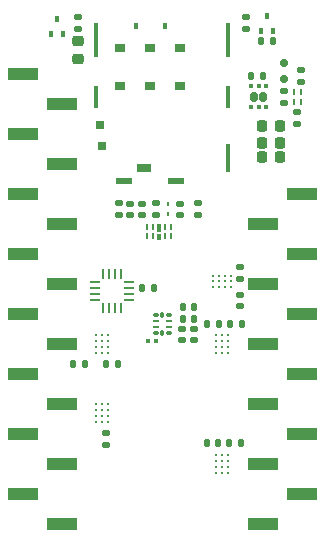
<source format=gbr>
%TF.GenerationSoftware,KiCad,Pcbnew,7.0.9*%
%TF.CreationDate,2024-08-31T07:55:38+08:00*%
%TF.ProjectId,IOT,494f542e-6b69-4636-9164-5f7063625858,rev?*%
%TF.SameCoordinates,Original*%
%TF.FileFunction,Paste,Bot*%
%TF.FilePolarity,Positive*%
%FSLAX46Y46*%
G04 Gerber Fmt 4.6, Leading zero omitted, Abs format (unit mm)*
G04 Created by KiCad (PCBNEW 7.0.9) date 2024-08-31 07:55:38*
%MOMM*%
%LPD*%
G01*
G04 APERTURE LIST*
G04 Aperture macros list*
%AMRoundRect*
0 Rectangle with rounded corners*
0 $1 Rounding radius*
0 $2 $3 $4 $5 $6 $7 $8 $9 X,Y pos of 4 corners*
0 Add a 4 corners polygon primitive as box body*
4,1,4,$2,$3,$4,$5,$6,$7,$8,$9,$2,$3,0*
0 Add four circle primitives for the rounded corners*
1,1,$1+$1,$2,$3*
1,1,$1+$1,$4,$5*
1,1,$1+$1,$6,$7*
1,1,$1+$1,$8,$9*
0 Add four rect primitives between the rounded corners*
20,1,$1+$1,$2,$3,$4,$5,0*
20,1,$1+$1,$4,$5,$6,$7,0*
20,1,$1+$1,$6,$7,$8,$9,0*
20,1,$1+$1,$8,$9,$2,$3,0*%
G04 Aperture macros list end*
%ADD10RoundRect,0.218750X0.256250X-0.218750X0.256250X0.218750X-0.256250X0.218750X-0.256250X-0.218750X0*%
%ADD11RoundRect,0.140000X-0.170000X0.140000X-0.170000X-0.140000X0.170000X-0.140000X0.170000X0.140000X0*%
%ADD12RoundRect,0.075000X-0.175000X0.075000X-0.175000X-0.075000X0.175000X-0.075000X0.175000X0.075000X0*%
%ADD13RoundRect,0.062500X-0.187500X0.062500X-0.187500X-0.062500X0.187500X-0.062500X0.187500X0.062500X0*%
%ADD14RoundRect,0.087500X-0.087500X0.162500X-0.087500X-0.162500X0.087500X-0.162500X0.087500X0.162500X0*%
%ADD15RoundRect,0.135000X0.185000X-0.135000X0.185000X0.135000X-0.185000X0.135000X-0.185000X-0.135000X0*%
%ADD16RoundRect,0.140000X0.170000X-0.140000X0.170000X0.140000X-0.170000X0.140000X-0.170000X-0.140000X0*%
%ADD17RoundRect,0.140000X-0.140000X-0.170000X0.140000X-0.170000X0.140000X0.170000X-0.140000X0.170000X0*%
%ADD18RoundRect,0.225000X0.225000X0.250000X-0.225000X0.250000X-0.225000X-0.250000X0.225000X-0.250000X0*%
%ADD19RoundRect,0.147500X-0.147500X-0.172500X0.147500X-0.172500X0.147500X0.172500X-0.147500X0.172500X0*%
%ADD20RoundRect,0.079500X0.079500X0.100500X-0.079500X0.100500X-0.079500X-0.100500X0.079500X-0.100500X0*%
%ADD21RoundRect,0.150000X-0.200000X0.150000X-0.200000X-0.150000X0.200000X-0.150000X0.200000X0.150000X0*%
%ADD22R,0.260000X0.600000*%
%ADD23C,0.270000*%
%ADD24RoundRect,0.135000X0.135000X0.185000X-0.135000X0.185000X-0.135000X-0.185000X0.135000X-0.185000X0*%
%ADD25RoundRect,0.160000X0.160000X-0.245000X0.160000X0.245000X-0.160000X0.245000X-0.160000X-0.245000X0*%
%ADD26RoundRect,0.093750X0.106250X-0.093750X0.106250X0.093750X-0.106250X0.093750X-0.106250X-0.093750X0*%
%ADD27RoundRect,0.135000X-0.185000X0.135000X-0.185000X-0.135000X0.185000X-0.135000X0.185000X0.135000X0*%
%ADD28RoundRect,0.140000X0.140000X0.170000X-0.140000X0.170000X-0.140000X-0.170000X0.140000X-0.170000X0*%
%ADD29R,2.510000X1.000000*%
%ADD30RoundRect,0.062500X0.062500X-0.325000X0.062500X0.325000X-0.062500X0.325000X-0.062500X-0.325000X0*%
%ADD31RoundRect,0.062500X0.325000X-0.062500X0.325000X0.062500X-0.325000X0.062500X-0.325000X-0.062500X0*%
%ADD32R,0.250000X0.625000*%
%ADD33R,0.450000X0.700000*%
%ADD34R,0.450000X0.575000*%
%ADD35R,0.900000X0.700000*%
%ADD36R,0.700000X0.700000*%
%ADD37R,1.200000X0.650000*%
%ADD38R,0.450000X2.400000*%
%ADD39R,0.450000X1.900000*%
%ADD40R,0.450000X2.900000*%
%ADD41R,1.400000X0.500000*%
%ADD42R,0.300000X0.600000*%
%ADD43R,0.750000X0.700000*%
%ADD44RoundRect,0.062500X-0.062500X0.117500X-0.062500X-0.117500X0.062500X-0.117500X0.062500X0.117500X0*%
%ADD45RoundRect,0.135000X-0.135000X-0.185000X0.135000X-0.185000X0.135000X0.185000X-0.135000X0.185000X0*%
%ADD46R,0.400000X0.510000*%
G04 APERTURE END LIST*
D10*
%TO.C,F3*%
X156718000Y-55905500D03*
X156718000Y-54330500D03*
%TD*%
D11*
%TO.C,C38*%
X170400000Y-73520000D03*
X170400000Y-74480000D03*
%TD*%
D12*
%TO.C,U15*%
X163275000Y-79050000D03*
D13*
X163275000Y-78550000D03*
X163275000Y-78050000D03*
D12*
X163275000Y-77550000D03*
D14*
X163850000Y-77538000D03*
D12*
X164425000Y-77550000D03*
D13*
X164425000Y-78050000D03*
X164425000Y-78550000D03*
D12*
X164425000Y-79050000D03*
D14*
X163850000Y-79062000D03*
%TD*%
D15*
%TO.C,R11*%
X174150000Y-59610000D03*
X174150000Y-58590000D03*
%TD*%
D11*
%TO.C,C1*%
X161100000Y-68120000D03*
X161100000Y-69080000D03*
%TD*%
D16*
%TO.C,C4*%
X166900000Y-69060000D03*
X166900000Y-68100000D03*
%TD*%
D17*
%TO.C,C37*%
X167620000Y-88400000D03*
X168580000Y-88400000D03*
%TD*%
D18*
%TO.C,C19*%
X173825200Y-62941200D03*
X172275200Y-62941200D03*
%TD*%
D16*
%TO.C,C3*%
X165350000Y-69080000D03*
X165350000Y-68120000D03*
%TD*%
D11*
%TO.C,C32*%
X175260000Y-60370000D03*
X175260000Y-61330000D03*
%TD*%
D19*
%TO.C,FB3*%
X165565000Y-77850000D03*
X166535000Y-77850000D03*
%TD*%
D20*
%TO.C,R10*%
X163295000Y-79750000D03*
X162605000Y-79750000D03*
%TD*%
D18*
%TO.C,C20*%
X173825200Y-64185800D03*
X172275200Y-64185800D03*
%TD*%
D16*
%TO.C,C29*%
X170400000Y-76780000D03*
X170400000Y-75820000D03*
%TD*%
D21*
%TO.C,D7*%
X174150000Y-57596000D03*
X174150000Y-56196000D03*
%TD*%
D22*
%TO.C,U8*%
X175025000Y-58675000D03*
X175575000Y-58675000D03*
X175575000Y-59525000D03*
X175025000Y-59525000D03*
%TD*%
D23*
%TO.C,U3*%
X169410000Y-89420000D03*
X168910000Y-89420000D03*
X168410000Y-89420000D03*
X169410000Y-89920000D03*
X168910000Y-89920000D03*
X168410000Y-89920000D03*
X169410000Y-90420000D03*
X168910000Y-90420000D03*
X168410000Y-90420000D03*
X169410000Y-90920000D03*
X168910000Y-90920000D03*
X168410000Y-90920000D03*
%TD*%
D16*
%TO.C,C34*%
X159100000Y-88530000D03*
X159100000Y-87570000D03*
%TD*%
D18*
%TO.C,C21*%
X173825200Y-61569600D03*
X172275200Y-61569600D03*
%TD*%
D24*
%TO.C,R15*%
X173230000Y-54356000D03*
X172210000Y-54356000D03*
%TD*%
D25*
%TO.C,U13*%
X171596000Y-59078000D03*
X172396000Y-59078000D03*
D26*
X172646000Y-59965500D03*
X171996000Y-59965500D03*
X171346000Y-59965500D03*
X171346000Y-58190500D03*
X171996000Y-58190500D03*
X172646000Y-58190500D03*
%TD*%
D27*
%TO.C,R8*%
X160150000Y-68090000D03*
X160150000Y-69110000D03*
%TD*%
D15*
%TO.C,R7*%
X163322000Y-69110000D03*
X163322000Y-68090000D03*
%TD*%
D28*
%TO.C,C30*%
X170580000Y-78300000D03*
X169620000Y-78300000D03*
%TD*%
D15*
%TO.C,R19*%
X170942000Y-53344000D03*
X170942000Y-52324000D03*
%TD*%
D29*
%TO.C,J3*%
X152015000Y-57150000D03*
X155325000Y-59690000D03*
X152015000Y-62230000D03*
X155325000Y-64770000D03*
X152015000Y-67310000D03*
X155325000Y-69850000D03*
X152015000Y-72390000D03*
X155325000Y-74930000D03*
X152015000Y-77470000D03*
X155325000Y-80010000D03*
X152015000Y-82550000D03*
X155325000Y-85090000D03*
X152015000Y-87630000D03*
X155325000Y-90170000D03*
X152015000Y-92710000D03*
X155325000Y-95250000D03*
%TD*%
D11*
%TO.C,C25*%
X166550000Y-78720000D03*
X166550000Y-79680000D03*
%TD*%
D30*
%TO.C,U7*%
X160350000Y-76962500D03*
X159850000Y-76962500D03*
X159350000Y-76962500D03*
X158850000Y-76962500D03*
D31*
X158137500Y-76250000D03*
X158137500Y-75750000D03*
X158137500Y-75250000D03*
X158137500Y-74750000D03*
D30*
X158850000Y-74037500D03*
X159350000Y-74037500D03*
X159850000Y-74037500D03*
X160350000Y-74037500D03*
D31*
X161062500Y-74750000D03*
X161062500Y-75250000D03*
X161062500Y-75750000D03*
X161062500Y-76250000D03*
%TD*%
D17*
%TO.C,C33*%
X167670000Y-78300000D03*
X168630000Y-78300000D03*
%TD*%
D28*
%TO.C,C26*%
X166530000Y-76900000D03*
X165570000Y-76900000D03*
%TD*%
D23*
%TO.C,U6*%
X158250000Y-80760000D03*
X158750000Y-80760000D03*
X159250000Y-80760000D03*
X158250000Y-80260000D03*
X158750000Y-80260000D03*
X159250000Y-80260000D03*
X158250000Y-79760000D03*
X158750000Y-79760000D03*
X159250000Y-79760000D03*
X158250000Y-79260000D03*
X158750000Y-79260000D03*
X159250000Y-79260000D03*
%TD*%
D32*
%TO.C,U12*%
X162576000Y-70112500D03*
X163076000Y-70112500D03*
D33*
X163576000Y-70150000D03*
D32*
X164076000Y-70112500D03*
X164576000Y-70112500D03*
X164576000Y-70887500D03*
X164076000Y-70887500D03*
D34*
X163576000Y-70912500D03*
D32*
X163076000Y-70887500D03*
X162576000Y-70887500D03*
%TD*%
D29*
%TO.C,J2*%
X175645000Y-67310000D03*
X172335000Y-69850000D03*
X175645000Y-72390000D03*
X172335000Y-74930000D03*
X175645000Y-77470000D03*
X172335000Y-80010000D03*
X175645000Y-82550000D03*
X172335000Y-85090000D03*
X175645000Y-87630000D03*
X172335000Y-90170000D03*
X175645000Y-92710000D03*
X172335000Y-95250000D03*
%TD*%
D35*
%TO.C,J4*%
X165354000Y-54944000D03*
X162814000Y-54944000D03*
X160274000Y-54944000D03*
X165354000Y-58114000D03*
X162814000Y-58114000D03*
X160274000Y-58114000D03*
D36*
X158544000Y-61444000D03*
D37*
X162264000Y-65119000D03*
D38*
X169369000Y-64244000D03*
D39*
X169369000Y-59094000D03*
D40*
X169369000Y-54244000D03*
D41*
X165014000Y-66194000D03*
D42*
X164034000Y-53094000D03*
X161594000Y-53094000D03*
D41*
X160594000Y-66194000D03*
D43*
X158719000Y-63244000D03*
D39*
X158219000Y-59094000D03*
D40*
X158219000Y-54244000D03*
%TD*%
D23*
%TO.C,U4*%
X169410000Y-79256000D03*
X168910000Y-79256000D03*
X168410000Y-79256000D03*
X169410000Y-79756000D03*
X168910000Y-79756000D03*
X168410000Y-79756000D03*
X169410000Y-80256000D03*
X168910000Y-80256000D03*
X168410000Y-80256000D03*
X169410000Y-80756000D03*
X168910000Y-80756000D03*
X168410000Y-80756000D03*
%TD*%
D16*
%TO.C,C28*%
X175600000Y-57780000D03*
X175600000Y-56820000D03*
%TD*%
D44*
%TO.C,D2*%
X164338000Y-69020000D03*
X164338000Y-68180000D03*
%TD*%
D45*
%TO.C,R9*%
X171340000Y-57300000D03*
X172360000Y-57300000D03*
%TD*%
D23*
%TO.C,U5*%
X158250000Y-86600000D03*
X158750000Y-86600000D03*
X159250000Y-86600000D03*
X158250000Y-86100000D03*
X158750000Y-86100000D03*
X159250000Y-86100000D03*
X158250000Y-85600000D03*
X158750000Y-85600000D03*
X159250000Y-85600000D03*
X158250000Y-85100000D03*
X158750000Y-85100000D03*
X159250000Y-85100000D03*
%TD*%
D11*
%TO.C,C2*%
X162150000Y-68120000D03*
X162150000Y-69080000D03*
%TD*%
D46*
%TO.C,Q3*%
X173220000Y-53477000D03*
X172220000Y-53477000D03*
X172720000Y-52187000D03*
%TD*%
D28*
%TO.C,C27*%
X160080000Y-81700000D03*
X159120000Y-81700000D03*
%TD*%
%TO.C,C31*%
X170480000Y-88400000D03*
X169520000Y-88400000D03*
%TD*%
D23*
%TO.C,U10*%
X169668000Y-75200000D03*
X169668000Y-74700000D03*
X169668000Y-74200000D03*
X169168000Y-75200000D03*
X169168000Y-74700000D03*
X169168000Y-74200000D03*
X168668000Y-75200000D03*
X168668000Y-74700000D03*
X168668000Y-74200000D03*
X168168000Y-75200000D03*
X168168000Y-74700000D03*
X168168000Y-74200000D03*
%TD*%
D46*
%TO.C,Q2*%
X155440000Y-53731000D03*
X154440000Y-53731000D03*
X154940000Y-52441000D03*
%TD*%
D15*
%TO.C,R20*%
X156718000Y-53342000D03*
X156718000Y-52322000D03*
%TD*%
D28*
%TO.C,C35*%
X163130000Y-75250000D03*
X162170000Y-75250000D03*
%TD*%
D11*
%TO.C,C24*%
X165550000Y-78720000D03*
X165550000Y-79680000D03*
%TD*%
D17*
%TO.C,C39*%
X156320000Y-81700000D03*
X157280000Y-81700000D03*
%TD*%
M02*

</source>
